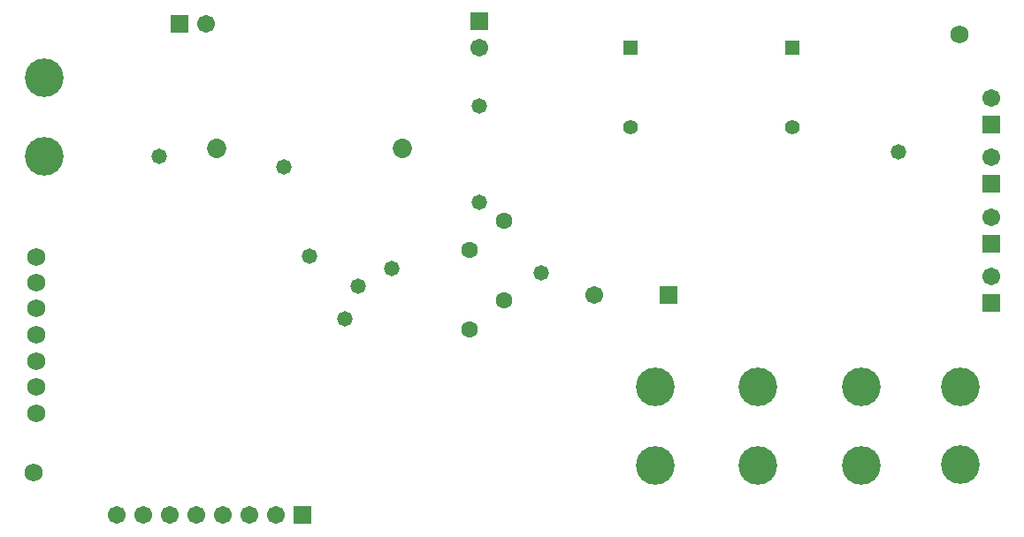
<source format=gbs>
%FSTAX23Y23*%
%MOIN*%
%SFA1B1*%

%IPPOS*%
%ADD40R,0.067060X0.067060*%
%ADD48C,0.068000*%
%ADD49C,0.072960*%
%ADD50C,0.067060*%
%ADD51R,0.067060X0.067060*%
%ADD52C,0.063120*%
%ADD53C,0.055240*%
%ADD54R,0.055240X0.055240*%
%ADD55C,0.145800*%
%ADD56C,0.058000*%
%LNpowerboard-1*%
%LPD*%
G54D40*
X0475Y0434D03*
Y04115D03*
Y0389D03*
Y03665D03*
X0282Y0473D03*
G54D48*
X0114Y03028D03*
X0463Y0468D03*
X0115Y03645D03*
Y03743D03*
Y03251D03*
Y03349D03*
Y03546D03*
Y03448D03*
Y03841D03*
G54D49*
X0253Y0425D03*
X0183D03*
G54D50*
X0179Y0472D03*
X0475Y0444D03*
Y04215D03*
Y0399D03*
Y03765D03*
X0282Y0463D03*
X03255Y03695D03*
X02055Y02865D03*
X01955D03*
X01855D03*
X01755D03*
X01655D03*
X01555D03*
X01455D03*
G54D51*
X0169Y0472D03*
X03534Y03695D03*
X02155Y02865D03*
G54D52*
X02915Y03675D03*
Y03975D03*
X02785Y03865D03*
Y03565D03*
G54D53*
X04Y0433D03*
X0339D03*
G54D54*
X04Y0463D03*
X0339D03*
G54D55*
X0118Y04515D03*
Y04219D03*
X04635Y03055D03*
Y0335D03*
X0387Y03054D03*
Y03349D03*
X0426Y03054D03*
Y03349D03*
X03485Y03054D03*
Y0335D03*
G54D56*
X044Y04235D03*
X02365Y0373D03*
X0249Y03795D03*
X02315Y03606D03*
X0282Y04045D03*
Y0441D03*
X03055Y0378D03*
X0218Y03843D03*
X02084Y0418D03*
X01614Y04219D03*
M02*
</source>
